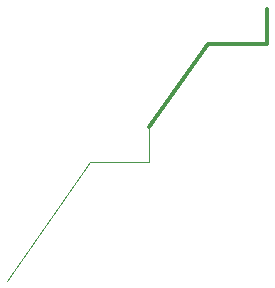
<source format=gbr>
G04 Demonstrate support for deprecated modal D01 operation commands*

%FSLAX32Y32*%
%MOMM*%
%ADD10C,0.1*%
%ADD11C,0.3*%
%AMRECTANGLE*
21,1,6.8,1.2,3.4,0.6,30*%
D10*
X700Y1000D01*
X1200Y1000*
X1200Y1300*
D11*
X1700Y2000D01*
X2200Y2000*
X2200Y2300*
M02*
</source>
